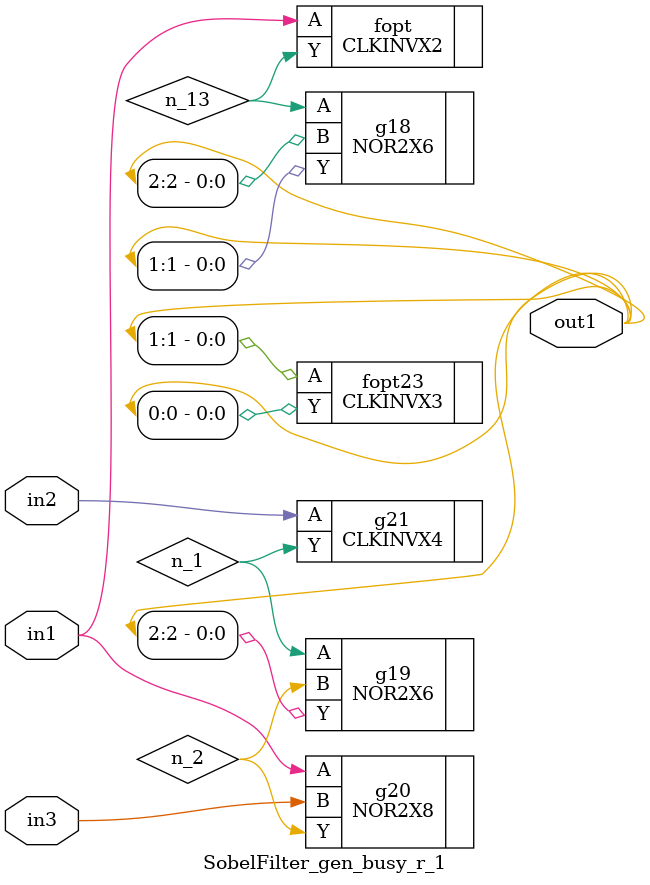
<source format=v>
`timescale 1ps / 1ps


module SobelFilter_gen_busy_r_1(in1, in2, in3, out1);
  input in1, in2, in3;
  output [2:0] out1;
  wire in1, in2, in3;
  wire [2:0] out1;
  wire n_1, n_2, n_13;
  NOR2X6 g18(.A (n_13), .B (out1[2]), .Y (out1[1]));
  NOR2X6 g19(.A (n_1), .B (n_2), .Y (out1[2]));
  NOR2X8 g20(.A (in1), .B (in3), .Y (n_2));
  CLKINVX4 g21(.A (in2), .Y (n_1));
  CLKINVX2 fopt(.A (in1), .Y (n_13));
  CLKINVX3 fopt23(.A (out1[1]), .Y (out1[0]));
endmodule


</source>
